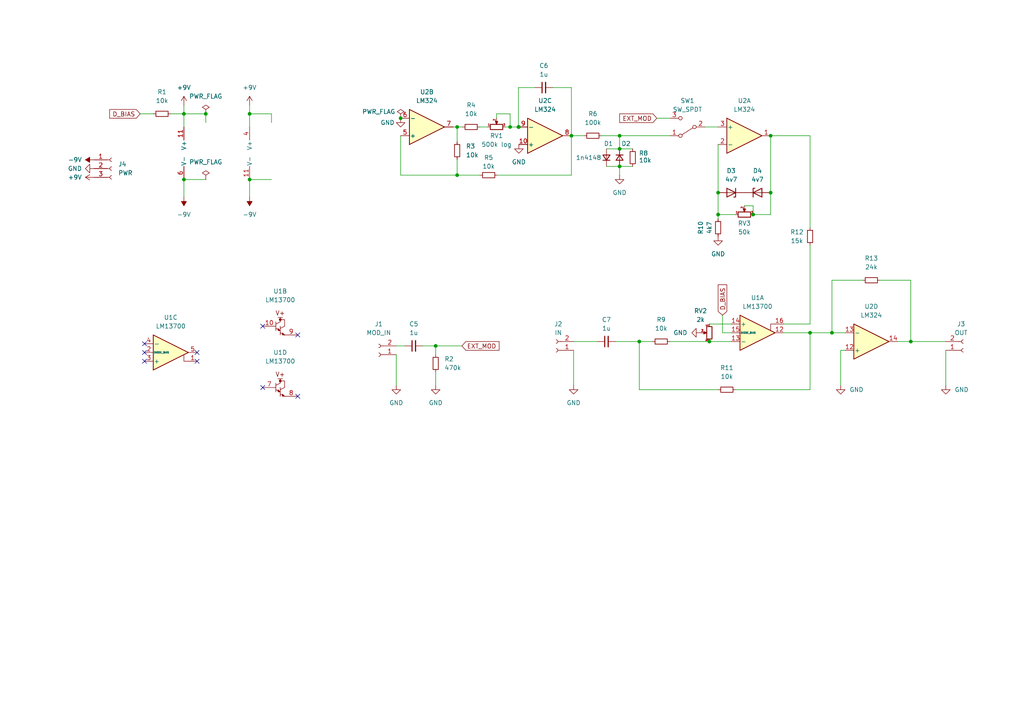
<source format=kicad_sch>
(kicad_sch (version 20211123) (generator eeschema)
  (paper "A4")
  (lib_symbols
    (symbol "Amplifier_Operational:LM13700" (pin_names (offset 0.127))
      (property "Reference" "U" (at 3.81 5.08 0))
      (property "Value" "LM13700" (at 5.08 -5.08 0))
      (symbol "LM13700_1_1"
        (polyline (pts (xy 3.81 -0.635) (xy 3.81 -2.54) (xy 5.08 -2.54)))
        (polyline (pts (xy 5.08 0) (xy -5.08 -5.08) (xy -5.08 5.08) (xy 5.08 0)) (stroke (width 0.254)) (fill (type background)))
        (pin output line (at 7.62 0 180) (length 2.54) (name "~") (number "12"))
        (pin input line (at -7.62 2.54 0) (length 2.54) (name "-") (number "13"))
        (pin input line (at -7.62 -2.54 0) (length 2.54) (name "+") (number "14"))
        (pin input line (at -7.62 0 0) (length 2.54) (name "DIODE_BIAS") (number "15"))
        (pin input line (at 7.62 -2.54 180) (length 2.54) (name "~") (number "16"))
      )
      (symbol "LM13700_2_0"
        (polyline (pts (xy -1.905 2.54) (xy -3.175 2.54)))
      )
      (symbol "LM13700_2_1"
        (circle (center -2.54 1.905) (radius 0.254) (stroke (width 0.254)) (fill (type outline)))
        (polyline (pts (xy -3.81 -0.635) (xy -2.54 -1.27)))
        (polyline (pts (xy -3.81 1.27) (xy -3.81 -1.27)))
        (polyline (pts (xy -2.54 -1.905) (xy -1.27 -2.54)))
        (polyline (pts (xy -2.54 0) (xy -2.54 -2.54)))
        (polyline (pts (xy -3.81 0.635) (xy -2.54 1.27) (xy -2.54 1.905) (xy -2.54 2.54)))
        (polyline (pts (xy -2.54 -1.27) (xy -3.175 -0.635) (xy -3.175 -1.27) (xy -2.54 -1.27)) (fill (type outline)))
        (polyline (pts (xy -2.54 -0.635) (xy -1.27 0) (xy -1.27 1.905) (xy -2.54 1.905)))
        (polyline (pts (xy -1.27 -2.54) (xy -1.905 -1.905) (xy -1.905 -2.54) (xy -1.27 -2.54)) (fill (type outline)))
        (text "V+" (at -2.54 3.81 0) (effects (font (size 1.27 1.27))))
        (pin input line (at -7.62 0 0) (length 3.81) (name "~") (number "10"))
        (pin output line (at 2.54 -2.54 180) (length 3.81) (name "~") (number "9"))
      )
      (symbol "LM13700_3_1"
        (polyline (pts (xy 3.81 -0.635) (xy 3.81 -2.54) (xy 5.08 -2.54)))
        (polyline (pts (xy 5.08 0) (xy -5.08 -5.08) (xy -5.08 5.08) (xy 5.08 0)) (stroke (width 0.254)) (fill (type background)))
        (pin input line (at 7.62 -2.54 180) (length 2.54) (name "~") (number "1"))
        (pin input line (at -7.62 0 0) (length 2.54) (name "DIODE_BIAS") (number "2"))
        (pin input line (at -7.62 -2.54 0) (length 2.54) (name "+") (number "3"))
        (pin input line (at -7.62 2.54 0) (length 2.54) (name "-") (number "4"))
        (pin output line (at 7.62 0 180) (length 2.54) (name "~") (number "5"))
      )
      (symbol "LM13700_4_0"
        (polyline (pts (xy -3.175 2.54) (xy -1.905 2.54)))
        (text "V+" (at -2.54 3.81 0) (effects (font (size 1.27 1.27))))
      )
      (symbol "LM13700_4_1"
        (circle (center -2.54 1.905) (radius 0.254) (stroke (width 0.254)) (fill (type outline)))
        (polyline (pts (xy -3.81 -0.635) (xy -2.54 -1.27)))
        (polyline (pts (xy -3.81 1.27) (xy -3.81 -1.27)))
        (polyline (pts (xy -2.54 -1.905) (xy -1.27 -2.54)))
        (polyline (pts (xy -2.54 0) (xy -2.54 -2.54)))
        (polyline (pts (xy -3.81 0.635) (xy -2.54 1.27) (xy -2.54 2.54)))
        (polyline (pts (xy -2.54 -1.27) (xy -3.175 -0.635) (xy -3.175 -1.27) (xy -2.54 -1.27)) (fill (type outline)))
        (polyline (pts (xy -2.54 -0.635) (xy -1.27 0) (xy -1.27 1.905) (xy -2.54 1.905)))
        (polyline (pts (xy -1.27 -2.54) (xy -1.905 -1.905) (xy -1.905 -2.54) (xy -1.27 -2.54)) (fill (type outline)))
        (pin input line (at -7.62 0 0) (length 3.81) (name "~") (number "7"))
        (pin output line (at 2.54 -2.54 180) (length 3.81) (name "~") (number "8"))
      )
      (symbol "LM13700_5_1"
        (pin power_in line (at -2.54 7.62 270) (length 3.81) (name "V+") (number "11"))
        (pin power_in line (at -2.54 -7.62 90) (length 3.81) (name "V-") (number "6"))
      )
    )
    (symbol "Amplifier_Operational:LM324" (pin_names (offset 0.127))
      (property "Reference" "U" (at 0 5.08 0))
      (property "Value" "LM324" (at 0 -5.08 0))
      (symbol "LM324_1_1"
        (polyline (pts (xy -5.08 5.08) (xy 5.08 0) (xy -5.08 -5.08) (xy -5.08 5.08)) (stroke (width 0.254)) (fill (type background)))
        (pin output line (at 7.62 0 180) (length 2.54) (name "~") (number "1"))
        (pin input line (at -7.62 -2.54 0) (length 2.54) (name "-") (number "2"))
        (pin input line (at -7.62 2.54 0) (length 2.54) (name "+") (number "3"))
      )
      (symbol "LM324_2_1"
        (polyline (pts (xy -5.08 5.08) (xy 5.08 0) (xy -5.08 -5.08) (xy -5.08 5.08)) (stroke (width 0.254)) (fill (type background)))
        (pin input line (at -7.62 2.54 0) (length 2.54) (name "+") (number "5"))
        (pin input line (at -7.62 -2.54 0) (length 2.54) (name "-") (number "6"))
        (pin output line (at 7.62 0 180) (length 2.54) (name "~") (number "7"))
      )
      (symbol "LM324_3_1"
        (polyline (pts (xy -5.08 5.08) (xy 5.08 0) (xy -5.08 -5.08) (xy -5.08 5.08)) (stroke (width 0.254)) (fill (type background)))
        (pin input line (at -7.62 2.54 0) (length 2.54) (name "+") (number "10"))
        (pin output line (at 7.62 0 180) (length 2.54) (name "~") (number "8"))
        (pin input line (at -7.62 -2.54 0) (length 2.54) (name "-") (number "9"))
      )
      (symbol "LM324_4_1"
        (polyline (pts (xy -5.08 5.08) (xy 5.08 0) (xy -5.08 -5.08) (xy -5.08 5.08)) (stroke (width 0.254)) (fill (type background)))
        (pin input line (at -7.62 2.54 0) (length 2.54) (name "+") (number "12"))
        (pin input line (at -7.62 -2.54 0) (length 2.54) (name "-") (number "13"))
        (pin output line (at 7.62 0 180) (length 2.54) (name "~") (number "14"))
      )
      (symbol "LM324_5_1"
        (pin power_in line (at -2.54 -7.62 90) (length 3.81) (name "V-") (number "11"))
        (pin power_in line (at -2.54 7.62 270) (length 3.81) (name "V+") (number "4"))
      )
    )
    (symbol "Connector:Conn_01x02_Female" (pin_names (offset 1.016) hide)
      (property "Reference" "J" (at 0 2.54 0))
      (property "Value" "Conn_01x02_Female" (at 0 -5.08 0))
      (symbol "Conn_01x02_Female_1_1"
        (arc (start 0 -2.032) (mid -0.508 -2.54) (end 0 -3.048) (stroke (width 0.1524)))
        (polyline (pts (xy -1.27 -2.54) (xy -0.508 -2.54)) (stroke (width 0.1524)))
        (polyline (pts (xy -1.27 0) (xy -0.508 0)) (stroke (width 0.1524)))
        (arc (start 0 0.508) (mid -0.508 0) (end 0 -0.508) (stroke (width 0.1524)))
        (pin passive line (at -5.08 0 0) (length 3.81) (name "Pin_1") (number "1"))
        (pin passive line (at -5.08 -2.54 0) (length 3.81) (name "Pin_2") (number "2"))
      )
    )
    (symbol "Connector:Conn_01x03_Female" (pin_names (offset 1.016) hide)
      (property "Reference" "J" (at 0 5.08 0))
      (property "Value" "Conn_01x03_Female" (at 0 -5.08 0))
      (symbol "Conn_01x03_Female_1_1"
        (arc (start 0 -2.032) (mid -0.508 -2.54) (end 0 -3.048) (stroke (width 0.1524)))
        (polyline (pts (xy -1.27 -2.54) (xy -0.508 -2.54)) (stroke (width 0.1524)))
        (polyline (pts (xy -1.27 0) (xy -0.508 0)) (stroke (width 0.1524)))
        (polyline (pts (xy -1.27 2.54) (xy -0.508 2.54)) (stroke (width 0.1524)))
        (arc (start 0 0.508) (mid -0.508 0) (end 0 -0.508) (stroke (width 0.1524)))
        (arc (start 0 3.048) (mid -0.508 2.54) (end 0 2.032) (stroke (width 0.1524)))
        (pin passive line (at -5.08 2.54 0) (length 3.81) (name "Pin_1") (number "1"))
        (pin passive line (at -5.08 0 0) (length 3.81) (name "Pin_2") (number "2"))
        (pin passive line (at -5.08 -2.54 0) (length 3.81) (name "Pin_3") (number "3"))
      )
    )
    (symbol "Device:C_Small" (pin_numbers hide) (pin_names (offset 0.254) hide)
      (property "Reference" "C" (at 0.254 1.778 0))
      (property "Value" "C_Small" (at 0.254 -2.032 0))
      (symbol "C_Small_0_1"
        (polyline (pts (xy -1.524 -0.508) (xy 1.524 -0.508)) (stroke (width 0.3302)))
        (polyline (pts (xy -1.524 0.508) (xy 1.524 0.508)) (stroke (width 0.3048)))
      )
      (symbol "C_Small_1_1"
        (pin passive line (at 0 2.54 270) (length 2.032) (name "~") (number "1"))
        (pin passive line (at 0 -2.54 90) (length 2.032) (name "~") (number "2"))
      )
    )
    (symbol "Device:D_Small" (pin_numbers hide) (pin_names (offset 0.254) hide)
      (property "Reference" "D" (at -1.27 2.032 0))
      (property "Value" "D_Small" (at -3.81 -2.032 0))
      (symbol "D_Small_0_1"
        (polyline (pts (xy -0.762 -1.016) (xy -0.762 1.016)) (stroke (width 0.254)))
        (polyline (pts (xy -0.762 0) (xy 0.762 0)))
        (polyline (pts (xy 0.762 -1.016) (xy -0.762 0) (xy 0.762 1.016) (xy 0.762 -1.016)) (stroke (width 0.254)))
      )
      (symbol "D_Small_1_1"
        (pin passive line (at -2.54 0 0) (length 1.778) (name "K") (number "1"))
        (pin passive line (at 2.54 0 180) (length 1.778) (name "A") (number "2"))
      )
    )
    (symbol "Device:D_Zener" (pin_numbers hide) (pin_names (offset 1.016) hide)
      (property "Reference" "D" (at 0 2.54 0))
      (property "Value" "D_Zener" (at 0 -2.54 0))
      (symbol "D_Zener_0_1"
        (polyline (pts (xy 1.27 0) (xy -1.27 0)))
        (polyline (pts (xy -1.27 -1.27) (xy -1.27 1.27) (xy -0.762 1.27)) (stroke (width 0.254)))
        (polyline (pts (xy 1.27 -1.27) (xy 1.27 1.27) (xy -1.27 0) (xy 1.27 -1.27)) (stroke (width 0.254)))
      )
      (symbol "D_Zener_1_1"
        (pin passive line (at -3.81 0 0) (length 2.54) (name "K") (number "1"))
        (pin passive line (at 3.81 0 180) (length 2.54) (name "A") (number "2"))
      )
    )
    (symbol "Device:R_Potentiometer_Small" (pin_names (offset 1.016) hide)
      (property "Reference" "RV" (at -4.445 0 90))
      (property "Value" "R_Potentiometer_Small" (at -2.54 0 90))
      (symbol "R_Potentiometer_Small_0_1"
        (polyline (pts (xy 0.889 0) (xy 0.635 0) (xy 1.651 0.381) (xy 1.651 -0.381) (xy 0.635 0) (xy 0.889 0)) (fill (type outline)))
        (rectangle (start 0.762 1.8034) (end -0.762 -1.8034) (stroke (width 0.254)))
      )
      (symbol "R_Potentiometer_Small_1_1"
        (pin passive line (at 0 2.54 270) (length 0.635) (name "1") (number "1"))
        (pin passive line (at 2.54 0 180) (length 0.9906) (name "2") (number "2"))
        (pin passive line (at 0 -2.54 90) (length 0.635) (name "3") (number "3"))
      )
    )
    (symbol "Device:R_Small" (pin_numbers hide) (pin_names (offset 0.254) hide)
      (property "Reference" "R" (at 0.762 0.508 0))
      (property "Value" "R_Small" (at 0.762 -1.016 0))
      (symbol "R_Small_0_1"
        (rectangle (start -0.762 1.778) (end 0.762 -1.778) (stroke (width 0.2032)))
      )
      (symbol "R_Small_1_1"
        (pin passive line (at 0 2.54 270) (length 0.762) (name "~") (number "1"))
        (pin passive line (at 0 -2.54 90) (length 0.762) (name "~") (number "2"))
      )
    )
    (symbol "Switch:SW_SPDT" (pin_names (offset 0) hide)
      (property "Reference" "SW" (at 0 4.318 0))
      (property "Value" "SW_SPDT" (at 0 -5.08 0))
      (symbol "SW_SPDT_0_0"
        (circle (center -2.032 0) (radius 0.508))
        (circle (center 2.032 -2.54) (radius 0.508))
      )
      (symbol "SW_SPDT_0_1"
        (polyline (pts (xy -1.524 0.254) (xy 1.651 2.286)))
        (circle (center 2.032 2.54) (radius 0.508))
      )
      (symbol "SW_SPDT_1_1"
        (pin passive line (at 5.08 2.54 180) (length 2.54) (name "A") (number "1"))
        (pin passive line (at -5.08 0 0) (length 2.54) (name "B") (number "2"))
        (pin passive line (at 5.08 -2.54 180) (length 2.54) (name "C") (number "3"))
      )
    )
    (symbol "power:+9V" (power) (pin_names (offset 0))
      (property "Value" "+9V" (at 0 3.556 0))
      (symbol "+9V_0_1"
        (polyline (pts (xy -0.762 1.27) (xy 0 2.54)))
        (polyline (pts (xy 0 0) (xy 0 2.54)))
        (polyline (pts (xy 0 2.54) (xy 0.762 1.27)))
      )
      (symbol "+9V_1_1"
        (pin power_in line (at 0 0 90) (length 0) hide (name "+9V") (number "1"))
      )
    )
    (symbol "power:-9V" (power) (pin_names (offset 0))
      (property "Value" "-9V" (at 0 3.81 0))
      (symbol "-9V_0_1"
        (polyline (pts (xy 0 0) (xy 0 2.54)))
        (polyline (pts (xy 0.762 1.27) (xy -0.762 1.27) (xy 0 2.54) (xy 0.762 1.27)) (fill (type outline)))
      )
      (symbol "-9V_1_1"
        (pin power_in line (at 0 0 90) (length 0) hide (name "-9V") (number "1"))
      )
    )
    (symbol "power:GND" (power) (pin_names (offset 0))
      (property "Value" "GND" (at 0 -3.81 0))
      (symbol "GND_0_1"
        (polyline (pts (xy 0 0) (xy 0 -1.27) (xy 1.27 -1.27) (xy 0 -2.54) (xy -1.27 -1.27) (xy 0 -1.27)))
      )
      (symbol "GND_1_1"
        (pin power_in line (at 0 0 270) (length 0) hide (name "GND") (number "1"))
      )
    )
    (symbol "power:PWR_FLAG" (power) (pin_numbers hide) (pin_names (offset 0) hide)
      (property "Value" "PWR_FLAG" (at 0 3.81 0))
      (symbol "PWR_FLAG_0_0"
        (pin power_out line (at 0 0 90) (length 0) (name "pwr") (number "1"))
      )
      (symbol "PWR_FLAG_0_1"
        (polyline (pts (xy 0 0) (xy 0 1.27) (xy -1.016 1.905) (xy 0 2.54) (xy 1.016 1.905) (xy 0 1.27)))
      )
    )
  )
  (junction (at 208.28 55.88))
  (junction (at 150.495 36.83))
  (junction (at 208.28 62.23))
  (junction (at 53.34 33.02))
  (junction (at 179.705 39.37))
  (junction (at 264.16 99.06))
  (junction (at 116.205 34.29))
  (junction (at 179.705 48.26))
  (junction (at 59.69 33.02))
  (junction (at 132.588 36.83))
  (junction (at 205.74 99.06))
  (junction (at 165.735 39.37))
  (junction (at 132.588 50.8))
  (junction (at 223.52 39.37))
  (junction (at 150.368 36.83))
  (junction (at 223.52 55.88))
  (junction (at 218.44 62.23))
  (junction (at 241.3 96.52))
  (junction (at 179.705 43.18))
  (junction (at 72.39 33.02))
  (junction (at 185.42 99.06))
  (junction (at 234.95 96.52))
  (junction (at 147.955 36.83))
  (junction (at 53.34 52.07))
  (junction (at 72.39 52.07))
  (junction (at 126.365 100.33))
  (no_connect (at 86.36 114.935))
  (no_connect (at 76.2 94.615))
  (no_connect (at 76.2 112.395))
  (no_connect (at 86.36 97.155))
  (no_connect (at 57.15 104.775))
  (no_connect (at 57.15 102.235))
  (no_connect (at 41.91 104.775))
  (no_connect (at 41.91 99.695))
  (no_connect (at 41.91 102.235))
  (wire (pts (xy 147.955 36.83) (xy 150.368 36.83)))
  (wire (pts (xy 165.735 39.37) (xy 169.418 39.37)))
  (wire (pts (xy 264.16 81.28) (xy 255.27 81.28)))
  (wire (pts (xy 205.74 99.06) (xy 212.09 99.06)))
  (wire (pts (xy 53.34 33.02) (xy 59.69 33.02)))
  (wire (pts (xy 218.44 59.69) (xy 218.44 62.23)))
  (wire (pts (xy 227.33 93.98) (xy 234.95 93.98)))
  (wire (pts (xy 190.5 34.29) (xy 194.31 34.29)))
  (wire (pts (xy 234.95 96.52) (xy 241.3 96.52)))
  (wire (pts (xy 264.16 99.06) (xy 274.32 99.06)))
  (wire (pts (xy 49.53 33.02) (xy 53.34 33.02)))
  (wire (pts (xy 166.37 99.06) (xy 173.355 99.06)))
  (wire (pts (xy 132.588 46.228) (xy 132.588 50.8)))
  (wire (pts (xy 208.28 62.23) (xy 208.28 63.5)))
  (wire (pts (xy 139.192 50.8) (xy 132.588 50.8)))
  (wire (pts (xy 241.3 96.52) (xy 245.11 96.52)))
  (wire (pts (xy 132.588 36.83) (xy 132.588 41.148)))
  (wire (pts (xy 185.42 113.03) (xy 208.28 113.03)))
  (wire (pts (xy 165.735 50.8) (xy 165.735 39.37)))
  (wire (pts (xy 144.018 33.02) (xy 147.955 33.02)))
  (wire (pts (xy 40.64 33.02) (xy 44.45 33.02)))
  (wire (pts (xy 116.205 50.8) (xy 116.205 39.37)))
  (wire (pts (xy 147.955 33.02) (xy 147.955 36.83)))
  (wire (pts (xy 223.52 39.37) (xy 234.95 39.37)))
  (wire (pts (xy 243.84 101.6) (xy 243.84 111.76)))
  (wire (pts (xy 166.37 111.76) (xy 166.37 101.6)))
  (wire (pts (xy 144.272 50.8) (xy 165.735 50.8)))
  (wire (pts (xy 223.52 62.23) (xy 223.52 55.88)))
  (wire (pts (xy 132.588 50.8) (xy 116.205 50.8)))
  (wire (pts (xy 144.018 33.02) (xy 144.018 34.29)))
  (wire (pts (xy 234.95 93.98) (xy 234.95 71.12)))
  (wire (pts (xy 160.274 25.4) (xy 165.735 25.4)))
  (wire (pts (xy 234.95 96.52) (xy 234.95 113.03)))
  (wire (pts (xy 78.74 35.56) (xy 78.74 33.02)))
  (wire (pts (xy 53.34 33.02) (xy 53.34 30.48)))
  (wire (pts (xy 179.705 48.26) (xy 179.705 50.8)))
  (wire (pts (xy 215.9 59.69) (xy 218.44 59.69)))
  (wire (pts (xy 146.558 36.83) (xy 147.955 36.83)))
  (wire (pts (xy 53.34 57.15) (xy 53.34 52.07)))
  (wire (pts (xy 165.735 25.4) (xy 165.735 39.37)))
  (wire (pts (xy 122.555 100.33) (xy 126.365 100.33)))
  (wire (pts (xy 223.52 39.37) (xy 223.52 55.88)))
  (wire (pts (xy 209.55 96.52) (xy 212.09 96.52)))
  (wire (pts (xy 174.498 39.37) (xy 179.705 39.37)))
  (wire (pts (xy 208.28 62.23) (xy 213.36 62.23)))
  (wire (pts (xy 208.28 41.91) (xy 208.28 55.88)))
  (wire (pts (xy 72.39 33.02) (xy 78.74 33.02)))
  (wire (pts (xy 150.368 25.4) (xy 155.194 25.4)))
  (wire (pts (xy 179.705 48.26) (xy 183.515 48.26)))
  (wire (pts (xy 234.95 39.37) (xy 234.95 66.04)))
  (wire (pts (xy 274.32 101.6) (xy 274.32 111.76)))
  (wire (pts (xy 179.705 39.37) (xy 194.31 39.37)))
  (wire (pts (xy 59.69 33.02) (xy 59.69 35.56)))
  (wire (pts (xy 132.588 36.83) (xy 134.112 36.83)))
  (wire (pts (xy 175.895 48.26) (xy 179.705 48.26)))
  (wire (pts (xy 72.39 33.02) (xy 72.39 30.48)))
  (wire (pts (xy 234.95 96.52) (xy 227.33 96.52)))
  (wire (pts (xy 53.34 52.07) (xy 59.69 52.07)))
  (wire (pts (xy 53.34 33.02) (xy 53.34 36.83)))
  (wire (pts (xy 204.47 36.83) (xy 208.28 36.83)))
  (wire (pts (xy 241.3 96.52) (xy 241.3 81.28)))
  (wire (pts (xy 150.368 25.4) (xy 150.368 36.83)))
  (wire (pts (xy 205.74 93.98) (xy 212.09 93.98)))
  (wire (pts (xy 131.445 36.83) (xy 132.588 36.83)))
  (wire (pts (xy 126.365 107.95) (xy 126.365 111.76)))
  (wire (pts (xy 126.365 100.33) (xy 126.365 102.87)))
  (wire (pts (xy 179.705 43.18) (xy 183.515 43.18)))
  (wire (pts (xy 213.36 113.03) (xy 234.95 113.03)))
  (wire (pts (xy 175.895 43.18) (xy 179.705 43.18)))
  (wire (pts (xy 178.435 99.06) (xy 185.42 99.06)))
  (wire (pts (xy 72.39 52.07) (xy 78.74 52.07)))
  (wire (pts (xy 72.39 33.02) (xy 72.39 36.83)))
  (wire (pts (xy 243.84 101.6) (xy 245.11 101.6)))
  (wire (pts (xy 218.44 62.23) (xy 223.52 62.23)))
  (wire (pts (xy 185.42 113.03) (xy 185.42 99.06)))
  (wire (pts (xy 114.935 102.87) (xy 114.935 111.76)))
  (wire (pts (xy 179.705 39.37) (xy 179.705 43.18)))
  (wire (pts (xy 126.365 100.33) (xy 133.985 100.33)))
  (wire (pts (xy 150.368 36.83) (xy 150.495 36.83)))
  (wire (pts (xy 72.39 57.15) (xy 72.39 52.07)))
  (wire (pts (xy 208.28 55.88) (xy 208.28 62.23)))
  (wire (pts (xy 139.192 36.83) (xy 141.478 36.83)))
  (wire (pts (xy 241.3 81.28) (xy 250.19 81.28)))
  (wire (pts (xy 194.31 99.06) (xy 205.74 99.06)))
  (wire (pts (xy 260.35 99.06) (xy 264.16 99.06)))
  (wire (pts (xy 264.16 99.06) (xy 264.16 81.28)))
  (wire (pts (xy 185.42 99.06) (xy 189.23 99.06)))
  (wire (pts (xy 114.935 100.33) (xy 117.475 100.33)))
  (wire (pts (xy 209.55 91.44) (xy 209.55 96.52)))
  (global_label "D_BIAS" (shape input) (at 209.55 91.44 90) (property "Intersheet References" "${INTERSHEET_REFS}" (effects hide)))
  (global_label "EXT_MOD" (shape input) (at 133.985 100.33 0) (property "Intersheet References" "${INTERSHEET_REFS}" (effects hide)))
  (global_label "EXT_MOD" (shape input) (at 190.5 34.29 180) (property "Intersheet References" "${INTERSHEET_REFS}" (effects hide)))
  (global_label "D_BIAS" (shape input) (at 40.64 33.02 180) (property "Intersheet References" "${INTERSHEET_REFS}" (effects hide)))
  (symbol (lib_id "Device:R_Potentiometer_Small") (at 144.018 36.83 90) (unit 1)
    (property "Reference" "RV1" (at 144.018 39.37 90))
    (property "Value" "500k log" (at 144.018 41.91 90))
    (property "Footprint" "Connector_JST:JST_PH_B3B-PH-K_1x03_P2.00mm_Vertical" (effects hide))
  )
  (symbol (lib_id "Device:C_Small") (at 175.895 99.06 90) (unit 1)
    (property "Reference" "C7" (at 175.9013 92.71 90))
    (property "Value" "1u" (at 175.9013 95.25 90))
    (property "Footprint" "Capacitor_THT:C_Rect_L7.5mm_W6.5mm_P5.00mm" (effects hide))
  )
  (symbol (lib_id "Device:R_Small") (at 141.732 50.8 90) (unit 1)
    (property "Reference" "R5" (at 141.732 45.72 90))
    (property "Value" "10k" (at 141.732 48.26 90))
    (property "Footprint" "Resistor_THT:R_Axial_DIN0207_L6.3mm_D2.5mm_P10.16mm_Horizontal" (effects hide))
  )
  (symbol (lib_id "Device:R_Small") (at 132.588 43.688 180) (unit 1)
    (property "Reference" "R3" (at 135.128 42.4179 0) (effects (justify right)))
    (property "Value" "10k" (at 135.128 44.9579 0) (effects (justify right)))
    (property "Footprint" "Resistor_THT:R_Axial_DIN0207_L6.3mm_D2.5mm_P10.16mm_Horizontal" (effects hide))
  )
  (symbol (lib_id "Device:R_Small") (at 46.99 33.02 90) (unit 1)
    (property "Reference" "R1" (at 46.99 26.67 90))
    (property "Value" "10k" (at 46.99 29.21 90))
    (property "Footprint" "Resistor_THT:R_Axial_DIN0207_L6.3mm_D2.5mm_P10.16mm_Horizontal" (effects hide))
  )
  (symbol (lib_id "Device:D_Zener") (at 219.71 55.88 0) (unit 1)
    (property "Reference" "D4" (at 219.71 49.53 0))
    (property "Value" "4v7" (at 219.71 52.07 0))
    (property "Footprint" "Diode_THT:D_DO-35_SOD27_P7.62mm_Horizontal" (effects hide))
  )
  (symbol (lib_id "Device:R_Small") (at 208.28 66.04 180) (unit 1)
    (property "Reference" "R10" (at 203.2 66.04 90))
    (property "Value" "4k7" (at 205.74 66.04 90))
    (property "Footprint" "Resistor_THT:R_Axial_DIN0207_L6.3mm_D2.5mm_P10.16mm_Horizontal" (effects hide))
  )
  (symbol (lib_id "Amplifier_Operational:LM13700") (at 55.88 44.45 0) (unit 5)
    (property "Reference" "U1" (effects hide))
    (property "Value" "LM13700" (effects hide))
    (property "Footprint" "Package_DIP:DIP-16_W7.62mm_Socket" (effects hide))
    (property "Datasheet" "http://www.ti.com/lit/ds/symlink/lm13700.pdf" (effects hide))
  )
  (symbol (lib_id "Switch:SW_SPDT") (at 199.39 36.83 180) (unit 1)
    (property "Reference" "SW1" (at 199.39 29.21 0))
    (property "Value" "SW_SPDT" (at 199.39 31.75 0))
    (property "Footprint" "Connector_JST:JST_PH_B3B-PH-K_1x03_P2.00mm_Vertical" (effects hide))
  )
  (symbol (lib_id "Device:R_Small") (at 234.95 68.58 180) (unit 1)
    (property "Reference" "R12" (at 231.14 67.31 0))
    (property "Value" "15k" (at 231.14 69.85 0))
    (property "Footprint" "Resistor_THT:R_Axial_DIN0207_L6.3mm_D2.5mm_P10.16mm_Horizontal" (effects hide))
  )
  (symbol (lib_id "Device:D_Small") (at 179.705 45.72 270) (unit 1)
    (property "Reference" "D2" (at 180.213 41.656 90) (effects (justify left)))
    (property "Value" "1n4148" (effects hide))
    (property "Footprint" "Diode_THT:D_DO-35_SOD27_P7.62mm_Horizontal" (effects hide))
  )
  (symbol (lib_id "power:GND") (at 27.305 48.895 270) (unit 1)
    (property "Reference" "#PWR0101" (effects hide))
    (property "Value" "GND" (at 19.685 48.895 90) (effects (justify left)))
  )
  (symbol (lib_id "power:-9V") (at 27.305 46.355 90) (unit 1)
    (property "Reference" "#PWR0102" (effects hide))
    (property "Value" "-9V" (at 19.685 46.355 90) (effects (justify right)))
  )
  (symbol (lib_id "Amplifier_Operational:LM324") (at 158.115 39.37 0) (mirror x) (unit 3)
    (property "Reference" "U2" (at 158.115 29.21 0))
    (property "Value" "LM324" (at 158.115 31.75 0))
    (property "Footprint" "Package_DIP:DIP-14_W7.62mm_Socket" (effects hide))
    (property "Datasheet" "http://www.ti.com/lit/ds/symlink/lm2902-n.pdf" (effects hide))
  )
  (symbol (lib_id "Connector:Conn_01x02_Female") (at 109.855 102.87 180) (unit 1)
    (property "Reference" "J1" (at 109.855 93.98 0))
    (property "Value" "MOD_IN" (at 109.855 96.52 0))
    (property "Footprint" "Connector_JST:JST_PH_B2B-PH-K_1x02_P2.00mm_Vertical" (effects hide))
  )
  (symbol (lib_id "Device:R_Small") (at 191.77 99.06 90) (unit 1)
    (property "Reference" "R9" (at 191.77 92.71 90))
    (property "Value" "10k" (at 191.77 95.25 90))
    (property "Footprint" "Resistor_THT:R_Axial_DIN0207_L6.3mm_D2.5mm_P10.16mm_Horizontal" (effects hide))
  )
  (symbol (lib_id "power:GND") (at 166.37 111.76 0) (unit 1)
    (property "Reference" "#PWR013" (effects hide))
    (property "Value" "GND" (at 166.37 116.84 0))
  )
  (symbol (lib_id "power:GND") (at 274.32 111.76 0) (unit 1)
    (property "Reference" "#PWR019" (effects hide))
    (property "Value" "GND" (at 276.86 113.0299 0) (effects (justify left)))
  )
  (symbol (lib_id "power:GND") (at 203.2 96.52 270) (unit 1)
    (property "Reference" "#PWR016" (effects hide))
    (property "Value" "GND" (at 199.39 96.5199 90) (effects (justify right)))
  )
  (symbol (lib_id "power:GND") (at 114.935 111.76 0) (unit 1)
    (property "Reference" "#PWR09" (effects hide))
    (property "Value" "GND" (at 114.935 116.84 0))
  )
  (symbol (lib_id "power:GND") (at 150.495 41.91 0) (unit 1)
    (property "Reference" "#PWR012" (effects hide))
    (property "Value" "GND" (at 150.495 46.99 0))
  )
  (symbol (lib_id "Device:D_Zener") (at 212.09 55.88 180) (unit 1)
    (property "Reference" "D3" (at 212.09 49.53 0))
    (property "Value" "4v7" (at 212.09 52.07 0))
    (property "Footprint" "Diode_THT:D_DO-35_SOD27_P7.62mm_Horizontal" (effects hide))
  )
  (symbol (lib_id "Amplifier_Operational:LM324") (at 74.93 44.45 0) (unit 5)
    (property "Reference" "U2" (effects hide))
    (property "Value" "LM324" (effects hide))
    (property "Footprint" "Package_DIP:DIP-14_W7.62mm_Socket" (effects hide))
    (property "Datasheet" "http://www.ti.com/lit/ds/symlink/lm2902-n.pdf" (effects hide))
  )
  (symbol (lib_id "Amplifier_Operational:LM324") (at 215.9 39.37 0) (unit 1)
    (property "Reference" "U2" (at 215.9 29.21 0))
    (property "Value" "LM324" (at 215.9 31.75 0))
    (property "Footprint" "Package_DIP:DIP-14_W7.62mm_Socket" (effects hide))
    (property "Datasheet" "http://www.ti.com/lit/ds/symlink/lm2902-n.pdf" (effects hide))
  )
  (symbol (lib_id "Device:R_Small") (at 126.365 105.41 180) (unit 1)
    (property "Reference" "R2" (at 128.905 104.1399 0) (effects (justify right)))
    (property "Value" "470k" (at 128.905 106.6799 0) (effects (justify right)))
    (property "Footprint" "Resistor_THT:R_Axial_DIN0207_L6.3mm_D2.5mm_P10.16mm_Horizontal" (effects hide))
  )
  (symbol (lib_id "Device:D_Small") (at 175.895 45.72 90) (unit 1)
    (property "Reference" "D1" (at 175.133 41.656 90) (effects (justify right)))
    (property "Value" "1n4148" (at 167.005 45.72 90) (effects (justify right)))
    (property "Footprint" "Diode_THT:D_DO-35_SOD27_P7.62mm_Horizontal" (effects hide))
  )
  (symbol (lib_id "power:GND") (at 116.205 34.29 0) (unit 1)
    (property "Reference" "#PWR010" (effects hide))
    (property "Value" "GND" (at 112.395 35.56 0))
  )
  (symbol (lib_id "Amplifier_Operational:LM324") (at 252.73 99.06 0) (mirror x) (unit 4)
    (property "Reference" "U2" (at 252.73 88.9 0))
    (property "Value" "LM324" (at 252.73 91.44 0))
    (property "Footprint" "Package_DIP:DIP-14_W7.62mm_Socket" (effects hide))
    (property "Datasheet" "http://www.ti.com/lit/ds/symlink/lm2902-n.pdf" (effects hide))
  )
  (symbol (lib_id "power:+9V") (at 27.305 51.435 90) (unit 1)
    (property "Reference" "#PWR0103" (effects hide))
    (property "Value" "+9V" (at 19.685 51.435 90) (effects (justify right)))
  )
  (symbol (lib_id "Device:R_Potentiometer_Small") (at 205.74 96.52 0) (mirror y) (unit 1)
    (property "Reference" "RV2" (at 203.2 90.17 0))
    (property "Value" "2k" (at 203.2 92.71 0))
    (property "Footprint" "Potentiometer_THT:Potentiometer_Bourns_3299W_Vertical" (effects hide))
  )
  (symbol (lib_id "power:GND") (at 243.84 111.76 0) (unit 1)
    (property "Reference" "#PWR018" (effects hide))
    (property "Value" "GND" (at 246.38 113.0299 0) (effects (justify left)))
  )
  (symbol (lib_id "power:+9V") (at 72.39 30.48 0) (unit 1)
    (property "Reference" "#PWR05" (effects hide))
    (property "Value" "+9V" (at 72.39 25.4 0))
  )
  (symbol (lib_id "power:+9V") (at 53.34 30.48 0) (unit 1)
    (property "Reference" "#PWR01" (effects hide))
    (property "Value" "+9V" (at 53.34 25.4 0))
  )
  (symbol (lib_id "power:-9V") (at 53.34 57.15 180) (unit 1)
    (property "Reference" "#PWR02" (effects hide))
    (property "Value" "-9V" (at 53.34 62.23 0))
  )
  (symbol (lib_id "power:PWR_FLAG") (at 116.205 34.29 0) (unit 1)
    (property "Reference" "#FLG0103" (effects hide))
    (property "Value" "PWR_FLAG" (at 109.855 32.385 0))
  )
  (symbol (lib_id "power:GND") (at 208.28 68.58 0) (unit 1)
    (property "Reference" "#PWR017" (effects hide))
    (property "Value" "GND" (at 208.28 73.66 0))
  )
  (symbol (lib_id "Connector:Conn_01x02_Female") (at 279.4 101.6 0) (mirror x) (unit 1)
    (property "Reference" "J3" (at 278.765 93.98 0))
    (property "Value" "OUT" (at 278.765 96.52 0))
    (property "Footprint" "Connector_JST:JST_PH_B2B-PH-K_1x02_P2.00mm_Vertical" (effects hide))
  )
  (symbol (lib_id "Device:R_Small") (at 171.958 39.37 90) (unit 1)
    (property "Reference" "R6" (at 171.958 33.02 90))
    (property "Value" "100k" (at 171.958 35.56 90))
    (property "Footprint" "Resistor_THT:R_Axial_DIN0207_L6.3mm_D2.5mm_P10.16mm_Horizontal" (effects hide))
  )
  (symbol (lib_id "power:GND") (at 179.705 50.8 0) (unit 1)
    (property "Reference" "#PWR015" (effects hide))
    (property "Value" "GND" (at 179.705 55.88 0))
  )
  (symbol (lib_id "Device:R_Small") (at 252.73 81.28 90) (unit 1)
    (property "Reference" "R13" (at 252.73 74.93 90))
    (property "Value" "24k" (at 252.73 77.47 90))
    (property "Footprint" "Resistor_THT:R_Axial_DIN0207_L6.3mm_D2.5mm_P10.16mm_Horizontal" (effects hide))
  )
  (symbol (lib_id "Amplifier_Operational:LM324") (at 123.825 36.83 0) (mirror x) (unit 2)
    (property "Reference" "U2" (at 123.825 26.67 0))
    (property "Value" "LM324" (at 123.825 29.21 0))
    (property "Footprint" "Package_DIP:DIP-14_W7.62mm_Socket" (effects hide))
    (property "Datasheet" "http://www.ti.com/lit/ds/symlink/lm2902-n.pdf" (effects hide))
  )
  (symbol (lib_id "Amplifier_Operational:LM13700") (at 83.82 94.615 0) (unit 2)
    (property "Reference" "U1" (at 81.28 84.455 0))
    (property "Value" "LM13700" (at 81.28 86.995 0))
    (property "Footprint" "Package_DIP:DIP-16_W7.62mm_Socket" (effects hide))
    (property "Datasheet" "http://www.ti.com/lit/ds/symlink/lm13700.pdf" (effects hide))
  )
  (symbol (lib_id "Device:R_Small") (at 183.515 45.72 180) (unit 1)
    (property "Reference" "R8" (at 185.293 44.45 0) (effects (justify right)))
    (property "Value" "10k" (at 185.293 46.482 0) (effects (justify right)))
    (property "Footprint" "Resistor_THT:R_Axial_DIN0207_L6.3mm_D2.5mm_P10.16mm_Horizontal" (effects hide))
  )
  (symbol (lib_id "Device:C_Small") (at 157.734 25.4 90) (unit 1)
    (property "Reference" "C6" (at 157.7403 19.05 90))
    (property "Value" "1u" (at 157.7403 21.59 90))
    (property "Footprint" "Capacitor_THT:C_Rect_L7.5mm_W6.5mm_P5.00mm" (effects hide))
  )
  (symbol (lib_id "Device:C_Small") (at 120.015 100.33 90) (unit 1)
    (property "Reference" "C5" (at 120.0213 93.98 90))
    (property "Value" "1u" (at 120.0213 96.52 90))
    (property "Footprint" "Capacitor_THT:C_Rect_L7.5mm_W6.5mm_P5.00mm" (effects hide))
  )
  (symbol (lib_id "Device:R_Small") (at 136.652 36.83 90) (unit 1)
    (property "Reference" "R4" (at 136.652 30.48 90))
    (property "Value" "10k" (at 136.652 33.02 90))
    (property "Footprint" "Resistor_THT:R_Axial_DIN0207_L6.3mm_D2.5mm_P10.16mm_Horizontal" (effects hide))
  )
  (symbol (lib_id "Connector:Conn_01x03_Female") (at 32.385 48.895 0) (unit 1)
    (property "Reference" "J4" (at 34.29 47.6249 0) (effects (justify left)))
    (property "Value" "PWR" (at 34.29 50.1649 0) (effects (justify left)))
    (property "Footprint" "Connector_JST:JST_PH_B3B-PH-K_1x03_P2.00mm_Vertical" (effects hide))
  )
  (symbol (lib_id "power:PWR_FLAG") (at 59.69 33.02 0) (unit 1)
    (property "Reference" "#FLG0101" (effects hide))
    (property "Value" "PWR_FLAG" (at 59.69 27.94 0))
  )
  (symbol (lib_id "Device:R_Small") (at 210.82 113.03 90) (unit 1)
    (property "Reference" "R11" (at 210.82 106.68 90))
    (property "Value" "10k" (at 210.82 109.22 90))
    (property "Footprint" "Resistor_THT:R_Axial_DIN0207_L6.3mm_D2.5mm_P10.16mm_Horizontal" (effects hide))
  )
  (symbol (lib_id "power:GND") (at 126.365 111.76 0) (unit 1)
    (property "Reference" "#PWR011" (effects hide))
    (property "Value" "GND" (at 126.365 116.84 0))
  )
  (symbol (lib_id "Connector:Conn_01x02_Female") (at 161.29 101.6 180) (unit 1)
    (property "Reference" "J2" (at 161.925 93.98 0))
    (property "Value" "IN" (at 161.925 96.52 0))
    (property "Footprint" "Connector_JST:JST_PH_B2B-PH-K_1x02_P2.00mm_Vertical" (effects hide))
  )
  (symbol (lib_id "Device:R_Potentiometer_Small") (at 215.9 62.23 90) (unit 1)
    (property "Reference" "RV3" (at 215.9 64.77 90))
    (property "Value" "50k" (at 215.9 67.31 90))
    (property "Footprint" "Connector_JST:JST_PH_B3B-PH-K_1x03_P2.00mm_Vertical" (effects hide))
  )
  (symbol (lib_id "Amplifier_Operational:LM13700") (at 49.53 102.235 0) (unit 3)
    (property "Reference" "U1" (at 49.53 92.075 0))
    (property "Value" "LM13700" (at 49.53 94.615 0))
    (property "Footprint" "Package_DIP:DIP-16_W7.62mm_Socket" (effects hide))
    (property "Datasheet" "http://www.ti.com/lit/ds/symlink/lm13700.pdf" (effects hide))
  )
  (symbol (lib_id "power:-9V") (at 72.39 57.15 180) (unit 1)
    (property "Reference" "#PWR06" (effects hide))
    (property "Value" "-9V" (at 72.39 62.23 0))
  )
  (symbol (lib_id "Amplifier_Operational:LM13700") (at 83.82 112.395 0) (unit 4)
    (property "Reference" "U1" (at 81.28 102.235 0))
    (property "Value" "LM13700" (at 81.28 104.775 0))
    (property "Footprint" "Package_DIP:DIP-16_W7.62mm_Socket" (effects hide))
    (property "Datasheet" "http://www.ti.com/lit/ds/symlink/lm13700.pdf" (effects hide))
  )
  (symbol (lib_id "power:PWR_FLAG") (at 59.69 52.07 0) (unit 1)
    (property "Reference" "#FLG0102" (effects hide))
    (property "Value" "PWR_FLAG" (at 59.69 46.99 0))
  )
  (symbol (lib_id "Amplifier_Operational:LM13700") (at 219.71 96.52 0) (mirror x) (unit 1)
    (property "Reference" "U1" (at 219.71 86.36 0))
    (property "Value" "LM13700" (at 219.71 88.9 0))
    (property "Footprint" "Package_DIP:DIP-16_W7.62mm_Socket" (effects hide))
    (property "Datasheet" "http://www.ti.com/lit/ds/symlink/lm13700.pdf" (effects hide))
  )
)
</source>
